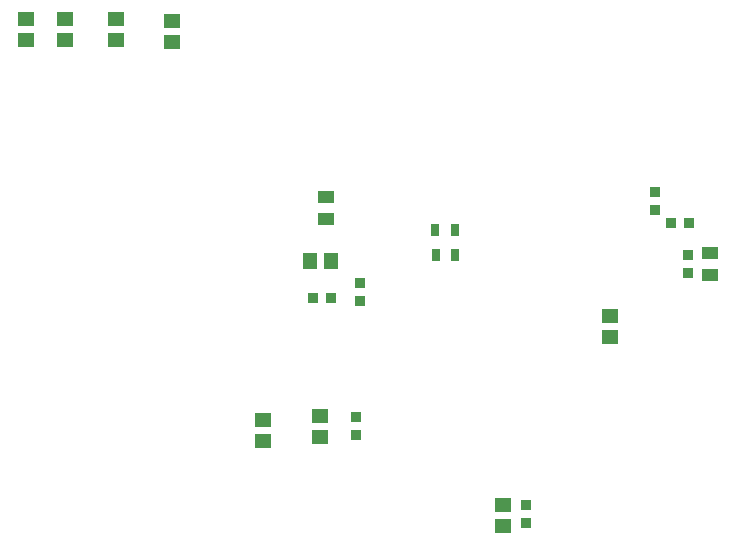
<source format=gbr>
G04 EAGLE Gerber RS-274X export*
G75*
%MOMM*%
%FSLAX34Y34*%
%LPD*%
%INSolderpaste Bottom*%
%IPPOS*%
%AMOC8*
5,1,8,0,0,1.08239X$1,22.5*%
G01*
G04 Define Apertures*
%ADD10R,1.465300X1.164600*%
%ADD11R,1.164600X1.465300*%
%ADD12R,0.920900X0.970200*%
%ADD13R,0.970200X0.920900*%
%ADD14R,0.798700X0.973900*%
%ADD15R,1.420200X1.031200*%
D10*
X-162560Y289696D03*
X-162560Y307204D03*
X-209550Y290966D03*
X-209550Y308474D03*
X-252730Y290966D03*
X-252730Y308474D03*
X-285750Y290966D03*
X-285750Y308474D03*
D11*
X-28076Y104140D03*
X-45584Y104140D03*
D12*
X-27814Y72659D03*
X-43306Y72659D03*
D13*
X-3281Y85216D03*
X-3281Y69724D03*
D10*
X-85090Y-48124D03*
X-85090Y-30616D03*
X208280Y39506D03*
X208280Y57014D03*
D13*
X274320Y93854D03*
X274320Y109346D03*
X-6350Y-27814D03*
X-6350Y-43306D03*
D10*
X-36830Y-27444D03*
X-36830Y-44952D03*
D13*
X246380Y147194D03*
X246380Y162686D03*
D12*
X260224Y135890D03*
X275716Y135890D03*
D14*
X60758Y130600D03*
X77062Y130600D03*
D15*
X-31750Y157785D03*
X-31750Y139395D03*
X293370Y110795D03*
X293370Y92405D03*
D14*
X77462Y109410D03*
X61158Y109410D03*
D13*
X137160Y-102744D03*
X137160Y-118236D03*
D10*
X118110Y-103006D03*
X118110Y-120514D03*
M02*

</source>
